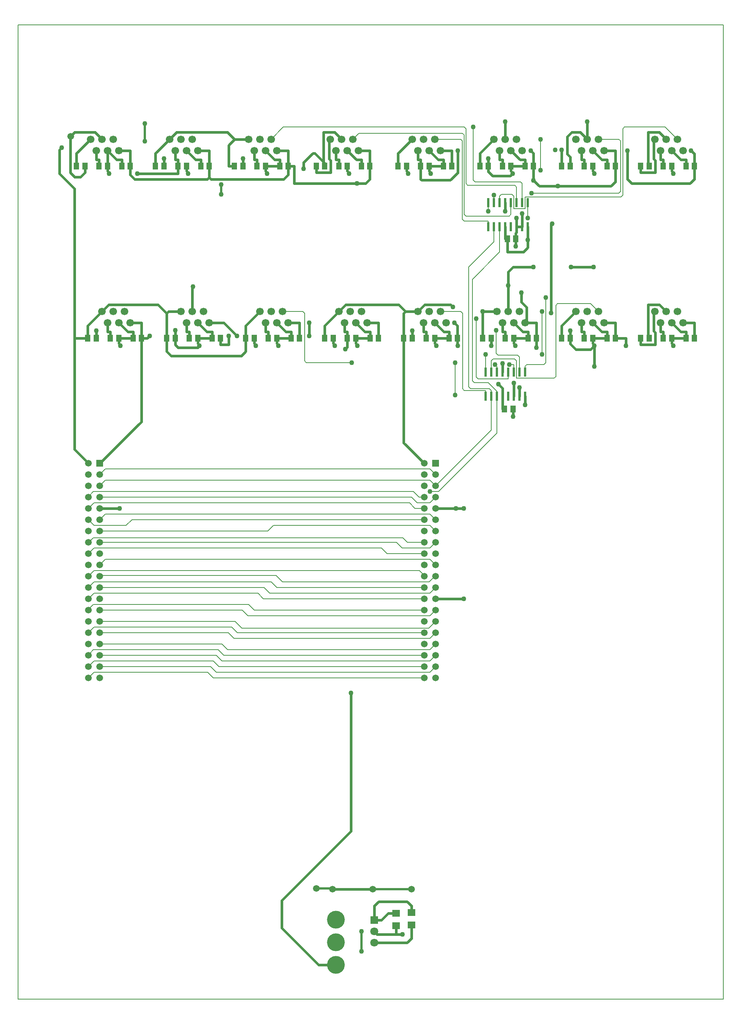
<source format=gbr>
G04 DipTrace 2.4.0.2*
%INtop.gbr*%
%MOIN*%
%ADD11C,0.006*%
%ADD13C,0.0236*%
%ADD14C,0.02*%
%ADD15C,0.0079*%
%ADD17R,0.0709X0.063*%
%ADD18C,0.1575*%
%ADD19R,0.0709X0.0709*%
%ADD20C,0.0709*%
%ADD21R,0.0591X0.0591*%
%ADD22C,0.0591*%
%ADD23R,0.0512X0.0591*%
%ADD24R,0.0236X0.0787*%
%ADD25C,0.0669*%
%ADD26C,0.043*%
%FSLAX44Y44*%
G04*
G70*
G90*
G75*
G01*
%LNTop*%
%LPD*%
X32878Y63815D2*
D13*
Y63011D1*
X33128D1*
Y62440D1*
X17878Y79065D2*
Y78261D1*
X18128D1*
Y77690D1*
X11878Y63815D2*
Y63011D1*
X12128D1*
Y62440D1*
X10878Y79065D2*
Y78261D1*
X11128D1*
Y77690D1*
X32128Y79065D2*
Y78261D1*
X32378D1*
Y77690D1*
X24878Y79065D2*
Y78261D1*
X25128D1*
Y77690D1*
X18878Y63815D2*
Y63011D1*
X19128D1*
Y62440D1*
X25878Y63815D2*
Y63011D1*
X26128D1*
Y62440D1*
X42909Y79065D2*
Y77099D1*
X42253Y76443D1*
X39716D1*
X39628Y76532D1*
Y77690D1*
X39878Y63815D2*
Y63011D1*
X40128D1*
Y62440D1*
X60878Y79065D2*
Y78261D1*
X61128D1*
Y77690D1*
X60878Y63815D2*
Y63011D1*
X61128D1*
Y62440D1*
X53878Y79065D2*
Y78261D1*
X54128D1*
Y77690D1*
X46628Y79065D2*
Y78261D1*
X46878D1*
Y77690D1*
X53878Y63815D2*
Y63011D1*
X54128D1*
Y62440D1*
X46878Y63815D2*
Y63011D1*
X47128D1*
Y62440D1*
X51192Y64669D2*
Y72494D1*
X51289Y72591D1*
X33128Y62440D2*
Y61663D1*
X32939Y61475D1*
X18128Y77690D2*
Y77022D1*
X14506D1*
X39628Y77690D2*
Y78261D1*
X39378D1*
Y79065D1*
X32127Y6998D2*
X30565D1*
X27314Y10248D1*
Y12686D1*
X33440Y18812D1*
Y31063D1*
X13878Y63815D2*
X14878D1*
Y62440D1*
X49370Y79065D2*
X49628Y78808D1*
Y77690D1*
X34128Y79065D2*
X35128D1*
Y77690D1*
X47128Y72315D2*
Y71254D1*
X47311D1*
X27878Y63815D2*
X28878D1*
Y62440D1*
X34878Y63815D2*
X35878D1*
Y62440D1*
X27878Y77690D2*
Y76925D1*
X27484Y76532D1*
X21038D1*
X20878Y76692D1*
X20718Y76532D1*
X14271D1*
X13878Y76925D1*
Y77690D1*
X62878Y63815D2*
X63878D1*
Y62440D1*
X20878Y76692D2*
Y77690D1*
X41378Y79065D2*
X42378D1*
Y77690D1*
X57803Y61772D2*
Y62440D1*
X56878D1*
X35503Y9936D2*
X35753Y9686D1*
X38003D1*
X46504Y58378D2*
X46878Y58005D1*
Y57315D1*
X63585Y79065D2*
X63878Y78772D1*
Y77690D1*
X23330Y62656D2*
X22171Y63815D1*
X20878D1*
X22624Y62656D2*
Y61869D1*
X21878D1*
Y62440D1*
X29742Y63815D2*
Y62656D1*
X14878Y62440D2*
X15386D1*
X15603Y62656D1*
X14878Y62440D2*
Y55065D1*
X11188Y51375D1*
X56878Y77690D2*
Y79065D1*
X55878D1*
X51779Y75908D2*
X56484D1*
X56878Y76301D1*
Y77690D1*
X49628Y76435D2*
X50155Y75908D1*
X51779D1*
X49628Y77690D2*
Y76435D1*
X27878Y77690D2*
Y79065D1*
X26878D1*
X33969Y76138D2*
X28409D1*
Y77690D1*
X27878D1*
X35128D2*
Y76532D1*
X34734Y76138D1*
X33969D1*
X49128Y71155D2*
Y72315D1*
X47311Y71254D2*
Y70096D1*
X48734D1*
X49128Y70490D1*
Y71155D1*
X13878Y77690D2*
Y79065D1*
X12878D1*
X20878Y77690D2*
Y79065D1*
X19878D1*
X48878Y63815D2*
X49010Y63948D1*
Y65195D1*
X48550Y65655D1*
Y66481D1*
X49878Y62440D2*
Y63815D1*
X48878D1*
X49878Y61622D2*
Y62440D1*
X56878D2*
Y63815D1*
X55878D1*
X38003Y9686D2*
X37452D1*
Y10447D1*
X46878Y57315D2*
Y56195D1*
X47061D1*
X63878Y77690D2*
Y76532D1*
X63484Y76138D1*
X58338D1*
X57944Y76532D1*
Y79065D1*
X42878Y62440D2*
Y63558D1*
X42620Y63815D1*
X42918Y61772D2*
X42878Y61813D1*
Y62440D1*
X31128D2*
Y63565D1*
X32378Y64815D1*
X35503Y8936D2*
X38410D1*
X38804Y9330D1*
Y10510D1*
X53378Y64815D2*
X52128Y63565D1*
Y62440D1*
X38878Y80065D2*
X37628Y78815D1*
Y77690D1*
X46128Y80065D2*
X44878Y78815D1*
Y77690D1*
X10188Y51375D2*
X8937Y52625D1*
Y62440D1*
X10128D1*
X23128Y77690D2*
X22596D1*
Y79533D1*
X23128Y80065D1*
X22517Y80675D1*
X17988D1*
X17378Y80065D1*
X10378D2*
X9128Y78815D1*
Y77690D1*
X32378Y64815D2*
X32988Y65425D1*
X37677D1*
X38288Y64815D1*
X38128Y64655D1*
Y62440D1*
X45128D2*
Y64815D1*
X11378D2*
X11988Y65425D1*
X16357D1*
X17128Y64655D1*
Y62440D1*
X24378Y80065D2*
X23128D1*
X52128Y77690D2*
Y79112D1*
X38128Y62440D2*
Y53191D1*
X39941Y51378D1*
X38288Y64815D2*
X39378D1*
X60378D2*
X60267Y64705D1*
Y63081D1*
X60407Y62941D1*
Y61869D1*
X59128D1*
Y62440D1*
X60378Y80065D2*
X60267Y79955D1*
Y78331D1*
X60407Y78191D1*
Y77119D1*
X59128D1*
Y77690D1*
X24128Y62440D2*
Y63565D1*
X25378Y64815D1*
X17128Y62440D2*
Y61282D1*
X17521Y60888D1*
X23734D1*
X24128Y61282D1*
Y62440D1*
X17128Y64655D2*
X17288Y64815D1*
X18378D1*
X10128Y62440D2*
Y63565D1*
X11378Y64815D1*
X17378Y80065D2*
X16128Y78815D1*
Y77690D1*
X31628Y80065D2*
X31517Y79955D1*
Y78331D1*
X31657Y78191D1*
Y77119D1*
X30378D1*
Y77690D1*
X39378Y64815D2*
X39988Y65425D1*
X42280D1*
X42478Y65227D1*
X45128Y64815D2*
X46378D1*
X8937Y62440D2*
Y75693D1*
X7625Y77005D1*
Y79131D1*
X7812Y79318D1*
X52876Y77690D2*
Y78493D1*
X52618Y78750D1*
Y80282D1*
X53012Y80675D1*
X53767D1*
X54378Y80065D1*
X9876Y77690D2*
Y77119D1*
X9482Y76725D1*
X8956D1*
X8563Y77119D1*
Y80282D1*
X8956Y80675D1*
X10767D1*
X11378Y80065D1*
X38804Y11612D2*
Y12203D1*
X38410Y12596D1*
X35896D1*
X35503Y12203D1*
Y10936D1*
X63130Y62440D2*
Y63011D1*
X62682D1*
X61878Y63815D1*
X56130Y62440D2*
Y63011D1*
X55682D1*
X54878Y63815D1*
X49130Y62440D2*
Y63011D1*
X48682D1*
X47878Y63815D1*
X42130Y62440D2*
Y63011D1*
X41682D1*
X40878Y63815D1*
X35130Y62440D2*
Y63011D1*
X34682D1*
X33878Y63815D1*
X28130Y62440D2*
Y63011D1*
X27682D1*
X26878Y63815D1*
X21130Y62440D2*
Y63011D1*
X20682D1*
X19878Y63815D1*
X14130Y62440D2*
Y63011D1*
X13682D1*
X12878Y63815D1*
X63130Y77690D2*
Y78261D1*
X62682D1*
X61878Y79065D1*
X56130Y77690D2*
Y78261D1*
X55682D1*
X54878Y79065D1*
X48880Y77690D2*
Y78261D1*
X48432D1*
X47628Y79065D1*
X41630Y77690D2*
Y78261D1*
X41182D1*
X40378Y79065D1*
X34380Y77690D2*
Y78261D1*
X33932D1*
X33128Y79065D1*
X27130Y77690D2*
Y78261D1*
X26682D1*
X25878Y79065D1*
X20130Y77690D2*
Y78261D1*
X19682D1*
X18878Y79065D1*
X13130Y77690D2*
Y78261D1*
X12682D1*
X11878Y79065D1*
X40376Y77690D2*
Y77237D1*
X40513Y77099D1*
Y77022D1*
X54876Y62440D2*
Y61987D1*
X55013Y61849D1*
Y61772D1*
X61876Y62440D2*
Y61987D1*
X62013Y61849D1*
Y61772D1*
X40876Y62440D2*
Y61987D1*
X41013Y61849D1*
Y61772D1*
X54876Y77690D2*
Y77237D1*
X55013Y77099D1*
Y77022D1*
X47876Y62440D2*
Y61987D1*
X48013Y61849D1*
Y61772D1*
X61876Y77690D2*
Y77237D1*
X62013Y77099D1*
Y77022D1*
X38376Y77690D2*
Y77237D1*
X38513Y77099D1*
Y77022D1*
X47626Y77690D2*
Y77237D1*
X47763Y77099D1*
Y77022D1*
X19876Y62440D2*
Y61987D1*
X20013Y61849D1*
Y61772D1*
X26876Y62440D2*
Y61987D1*
X27013Y61849D1*
Y61772D1*
X24876Y62440D2*
Y61987D1*
X25013Y61849D1*
Y61772D1*
X18876Y77690D2*
Y77237D1*
X19013Y77099D1*
Y77022D1*
X31876Y62440D2*
Y61987D1*
X32013Y61849D1*
Y61772D1*
X25876Y77690D2*
Y77237D1*
X26013Y77099D1*
Y77022D1*
X11876Y77690D2*
Y77237D1*
X12013Y77099D1*
Y77022D1*
X33126Y77690D2*
Y77237D1*
X33263Y77099D1*
Y77022D1*
X33876Y62440D2*
Y61987D1*
X34013Y61849D1*
Y61772D1*
X12876Y62440D2*
Y61987D1*
X13013Y61849D1*
Y61772D1*
X46878Y59441D2*
Y60207D1*
X46877D1*
X17876Y62440D2*
Y63147D1*
X10876Y62440D2*
Y63108D1*
X16876Y77690D2*
Y78358D1*
X38876Y62440D2*
Y63108D1*
X45876Y62440D2*
Y61772D1*
X45626Y77690D2*
Y78358D1*
X52876Y62440D2*
Y63108D1*
X23876Y77690D2*
Y78358D1*
X48628Y72315D2*
Y73497D1*
X47878Y57315D2*
Y58497D1*
X48378Y57315D2*
Y58081D1*
X48128Y72315D2*
Y73081D1*
X47128Y74441D2*
Y73675D1*
X48878Y57315D2*
Y56549D1*
X47809Y56195D2*
Y55528D1*
X48059Y71254D2*
Y70587D1*
X59876Y77690D2*
X59767D1*
Y80675D1*
X60767D1*
X61378Y80065D1*
X59876Y62440D2*
X59767D1*
Y65425D1*
X60767D1*
X61378Y64815D1*
X31126Y77690D2*
X31017D1*
Y80675D1*
X32017D1*
X32628Y80065D1*
X35503Y10936D2*
X36132D1*
X36746Y11550D1*
X37452D1*
X11188Y47375D2*
X12937Y47377D1*
X35378Y13686D2*
D14*
X38815D1*
X30377Y13749D2*
X31752D1*
D15*
X31815Y13686D1*
X40941Y47378D2*
D13*
X42753D1*
X40941Y39378D2*
Y39376D1*
X43441D1*
Y47378D2*
X42753D1*
X48059Y71254D2*
Y71748D1*
X48129Y71817D1*
Y72314D1*
X48128Y72315D1*
X48628D1*
X47378Y64815D2*
Y67128D1*
X47128Y80065D2*
Y81631D1*
X54380D2*
Y80067D1*
X54378Y80065D1*
X8625Y80318D2*
Y80282D1*
X8563D1*
X11878Y79065D2*
Y77692D1*
X11876Y77690D1*
X15188Y81443D2*
D14*
Y79881D1*
X21939Y76068D2*
Y75193D1*
X31126Y77690D2*
D13*
Y77945D1*
X30252Y78818D1*
X30064D1*
X29252Y78006D1*
Y77443D1*
X27130Y77690D2*
X25876D1*
X41630D2*
X40376D1*
X45626D2*
Y77196D1*
X46004Y76818D1*
X47559D1*
X47763Y77022D1*
X47626Y77690D2*
X48880D1*
X63130Y62440D2*
X61876D1*
X56130D2*
X54876D1*
X49130D2*
X47876D1*
X42130D2*
X40876D1*
X35130D2*
X33876D1*
X28130D2*
X26876D1*
X21130D2*
X19876D1*
X14130D2*
X12876D1*
X19378Y64815D2*
Y66944D1*
X19438Y67004D1*
X17876Y62440D2*
Y61879D1*
X18126Y61629D1*
X19870D1*
X20013Y61772D1*
X55013D2*
Y59941D1*
X47378Y67128D2*
Y68316D1*
X47816Y68755D1*
X49629D1*
X52942D2*
X54942D1*
X52876Y62440D2*
Y61945D1*
X53379Y61441D1*
X54683D1*
X55013Y61772D1*
X31815Y13686D2*
X35378D1*
X11188Y48375D2*
D15*
X38818D1*
X39323Y47870D1*
X40433D1*
X40941Y48378D1*
X11188Y37375D2*
X23190D1*
X23774Y36791D1*
X40354D1*
X40941Y37378D1*
X11188Y36375D2*
X22565D1*
X23070Y35870D1*
X40433D1*
X40941Y36378D1*
X10188Y39375D2*
X10682Y39870D1*
X25196D1*
X25688Y39378D1*
X39941D1*
X10188Y40375D2*
X10689Y40877D1*
X26377D1*
X26875Y40378D1*
X39941D1*
X11188Y41375D2*
Y41439D1*
X26814D1*
X27377Y40877D1*
X40378D1*
X40941Y41439D1*
Y41378D1*
X11188Y42375D2*
X11682Y42870D1*
X40448D1*
X40941Y42378D1*
X11188Y40375D2*
X25753D1*
X26258Y39870D1*
X40433D1*
X40941Y40378D1*
X39941Y36378D2*
X23375D1*
X22876Y36876D1*
X10689D1*
X10188Y36375D1*
X11188Y35375D2*
X22002D1*
X22501Y34876D1*
X40439D1*
X40941Y35378D1*
X10188Y48375D2*
X10250D1*
Y48502D1*
X10625Y48877D1*
X38992D1*
X39492Y48378D1*
X39941D1*
X10188Y47375D2*
X10682Y47870D1*
X38635D1*
X39127Y47378D1*
X39941D1*
X10188Y34375D2*
X10312D1*
Y34563D1*
X10625Y34876D1*
X21689D1*
X22187Y34378D1*
X39941D1*
X11188Y46375D2*
X11690Y46877D1*
X40441D1*
X40941Y46378D1*
X39941D2*
X14035D1*
X13527Y45870D1*
X10693D1*
X10188Y46375D1*
X11188Y34375D2*
X21502D1*
X22001Y33876D1*
X40439D1*
X40941Y34378D1*
X10188Y33375D2*
X10688Y33876D1*
X21251D1*
X21749Y33378D1*
X39941D1*
X10188Y32375D2*
X10682Y32870D1*
X20757D1*
X21249Y32378D1*
X39941D1*
X11188Y44375D2*
X37482D1*
X37987Y43870D1*
X40433D1*
X40941Y44378D1*
X10188Y44375D2*
X10375D1*
Y44565D1*
X10602Y44791D1*
X38049D1*
X38462Y44378D1*
X39941D1*
X10188Y43375D2*
X10682Y43870D1*
X36160D1*
X36652Y43378D1*
X39941D1*
X10188Y41375D2*
X10689Y41877D1*
X39503D1*
X40002Y41378D1*
X39941D1*
X11188Y33375D2*
X21002D1*
X21501Y32876D1*
X32978D1*
X32984Y32870D1*
X40433D1*
X40941Y33378D1*
X11188Y45375D2*
X26089D1*
X26584Y45870D1*
X40448D1*
X40941Y45378D1*
X10188Y38375D2*
Y38439D1*
X10625Y38876D1*
X24376D1*
X24875Y38378D1*
X39941D1*
X11188Y38375D2*
X23815D1*
X24320Y37870D1*
X40433D1*
X40941Y38378D1*
X46628Y74441D2*
Y75032D1*
X46785Y75189D1*
X47706D1*
X47864Y75032D1*
Y73908D1*
X48864D1*
Y74953D1*
X57375D1*
X57532Y75110D1*
Y80990D1*
X57690Y81148D1*
X61295D1*
X62378Y80065D1*
X46128Y75128D2*
Y74441D1*
X49461Y75286D2*
X57173D1*
X57330Y75443D1*
Y79908D1*
X57173Y80065D1*
X55378D1*
X45628Y73675D2*
Y74441D1*
X50256Y80065D2*
Y77326D1*
X45628Y72315D2*
Y72827D1*
X43478D1*
X43321Y72984D1*
Y79908D1*
X43163Y80065D1*
X40878D1*
X47628Y74441D2*
Y73420D1*
X47470Y73263D1*
X43636D1*
X43478Y73420D1*
Y80439D1*
X43321Y80596D1*
X34159D1*
X33628Y80065D1*
X48128Y74441D2*
Y75823D1*
X47970Y75980D1*
X43793D1*
X43636Y76138D1*
Y80990D1*
X43478Y81148D1*
X27460D1*
X26378Y80065D1*
X44293Y81148D2*
Y76453D1*
X44451Y76295D1*
X48470D1*
X48628Y76138D1*
Y74441D1*
X49128Y73081D2*
Y74441D1*
X46211Y60128D2*
X46378Y59962D1*
Y59441D1*
X45878D2*
Y60462D1*
X46035Y60619D1*
X47956D1*
X48114Y60462D1*
Y58908D1*
X51446D1*
X51604Y59066D1*
Y65346D1*
X51761Y65504D1*
X54689D1*
X55378Y64815D1*
X45378Y61035D2*
Y59441D1*
X50368Y64815D2*
Y61035D1*
X45378Y57315D2*
Y57827D1*
X43488D1*
X43330Y57984D1*
Y64658D1*
X43173Y64815D1*
X41378D1*
X44540Y64185D2*
Y59008D1*
X44698Y58850D1*
X47378D1*
Y59441D1*
X47465Y60128D2*
X47878D1*
Y59441D1*
X42675Y60300D2*
Y57433D1*
X33527Y60300D2*
X29488D1*
X29330Y60458D1*
Y64658D1*
X29173Y64815D1*
X27378D1*
X46328Y63166D2*
Y61114D1*
X46486Y60957D1*
X48220D1*
X48378Y60799D1*
Y59441D1*
X50701Y66055D2*
Y60289D1*
X50544Y60131D1*
X49035D1*
X48878Y59974D1*
Y59441D1*
X34377Y8186D2*
D14*
Y9936D1*
X46128Y72315D2*
D15*
Y70975D1*
X43892Y68739D1*
Y58142D1*
X44050Y57984D1*
X45720D1*
X45878Y57827D1*
Y57315D1*
X40941Y49378D2*
X40448Y49870D1*
X11682D1*
X11188Y49375D1*
X45878Y57315D2*
Y54315D1*
X40941Y49378D1*
X40433Y48886D2*
X41199D1*
X46378Y54064D1*
Y57315D1*
X40941Y50378D2*
X40448Y50870D1*
X11682D1*
X11188Y50375D1*
X46378Y57315D2*
Y57755D1*
X45597Y58535D1*
X44364D1*
X44207Y58693D1*
Y67654D1*
X46628Y70075D1*
Y72315D1*
D26*
X33440Y31063D3*
X7812Y79318D3*
X12937Y47377D3*
X42753Y47378D3*
X43441Y39376D3*
Y47378D3*
X47378Y67128D3*
X47128Y81631D3*
X54380D3*
X29252Y77443D3*
X19438Y67004D3*
X55013Y59941D3*
X49629Y68755D3*
X52942D3*
X54942D3*
X34377Y9936D3*
Y8186D3*
X15188Y79881D3*
Y81443D3*
X21939Y76068D3*
Y75193D3*
X40513Y77022D3*
X55013Y61772D3*
X62013D3*
X41013D3*
X55013Y77022D3*
X48013Y61772D3*
X62013Y77022D3*
X38513D3*
X47763D3*
X20013Y61772D3*
X27013D3*
X25013D3*
X19013Y77022D3*
X32013Y61772D3*
X26013Y77022D3*
X12013D3*
X33263D3*
X34013Y61772D3*
X13013D3*
X46877Y60207D3*
X17876Y63147D3*
X10876Y63108D3*
X16876Y78358D3*
X38876Y63108D3*
X45876Y61772D3*
X45626Y78358D3*
X52876Y63108D3*
X23876Y78358D3*
X48628Y73497D3*
X47878Y58497D3*
X48378Y58081D3*
X48128Y73081D3*
X47128Y73675D3*
X48878Y56549D3*
X47809Y55528D3*
X48059Y70587D3*
X32939Y61475D3*
X14506Y77022D3*
X51289Y72591D3*
X51192Y64669D3*
X42909Y79065D3*
X51779Y75908D3*
X38003Y9686D3*
X48550Y66481D3*
X57803Y61772D3*
X57944Y79065D3*
X23330Y62656D3*
X29742D3*
Y63815D3*
X46504Y58378D3*
X49370Y79065D3*
X42620Y63815D3*
X63585Y79065D3*
X15603Y62656D3*
X33969Y76138D3*
X49128Y71155D3*
X42918Y61772D3*
X49628Y76435D3*
X22624Y62656D3*
X49878Y61622D3*
X42478Y65227D3*
X51540Y79112D3*
X52128D3*
X45128Y64815D3*
X46128Y75128D3*
X49461Y75286D3*
X45628Y73675D3*
X50256Y77326D3*
Y80065D3*
X44293Y81148D3*
X49128Y73081D3*
X46211Y60128D3*
X45378Y61035D3*
X50368D3*
Y64815D3*
X44540Y64185D3*
X47465Y60128D3*
X42675Y57433D3*
Y60300D3*
X33527D3*
X46328Y63166D3*
X50701Y66055D3*
X40433Y48886D3*
D17*
X38804Y10510D3*
Y11612D3*
X37452Y10447D3*
Y11550D3*
D18*
X32127Y6998D3*
Y8998D3*
Y10998D3*
D19*
X35503Y10936D3*
D20*
Y8936D3*
Y9936D3*
D21*
X11188Y51375D3*
D22*
X10188D3*
X11188Y50375D3*
X10188D3*
X11188Y49375D3*
X10188D3*
X11188Y48375D3*
X10188D3*
X11188Y47375D3*
X10188D3*
X11188Y46375D3*
X10188D3*
X11188Y45375D3*
X10188D3*
X11188Y44375D3*
X10188D3*
X11188Y43375D3*
X10188D3*
X11188Y42375D3*
X10188D3*
X11188Y41375D3*
X10188D3*
X11188Y40375D3*
X10188D3*
X11188Y39375D3*
X10188D3*
X11188Y38375D3*
X10188D3*
X11188Y37375D3*
X10188D3*
X11188Y36375D3*
X10188D3*
X11188Y35375D3*
X10188D3*
X11188Y34375D3*
X10188D3*
X11188Y33375D3*
X10188D3*
X11188Y32375D3*
X10188D3*
D21*
X40941Y51378D3*
D22*
X39941D3*
X40941Y50378D3*
X39941D3*
X40941Y49378D3*
X39941D3*
X40941Y48378D3*
X39941D3*
X40941Y47378D3*
X39941D3*
X40941Y46378D3*
X39941D3*
X40941Y45378D3*
X39941D3*
X40941Y44378D3*
X39941D3*
X40941Y43378D3*
X39941D3*
X40941Y42378D3*
X39941D3*
X40941Y41378D3*
X39941D3*
X40941Y40378D3*
X39941D3*
X40941Y39378D3*
X39941D3*
X40941Y38378D3*
X39941D3*
X40941Y37378D3*
X39941D3*
X40941Y36378D3*
X39941D3*
X40941Y35378D3*
X39941D3*
X40941Y34378D3*
X39941D3*
X40941Y33378D3*
X39941D3*
X40941Y32378D3*
X39941D3*
D23*
X47061Y56195D3*
X47809D3*
X47311Y71254D3*
X48059D3*
D24*
X45378Y57315D3*
X45878D3*
X46378D3*
X46878D3*
X47378D3*
X47878D3*
X48378D3*
X48878D3*
Y59441D3*
X48378D3*
X47878D3*
X47378D3*
X46878D3*
X46378D3*
X45878D3*
X45378D3*
X45628Y72315D3*
X46128D3*
X46628D3*
X47128D3*
X47628D3*
X48128D3*
X48628D3*
X49128D3*
Y74441D3*
X48628D3*
X48128D3*
X47628D3*
X47128D3*
X46628D3*
X46128D3*
X45628D3*
D23*
X63878Y62440D3*
X63130D3*
X61128D3*
X61876D3*
X59128D3*
X59876D3*
D25*
X62878Y63815D3*
X62378Y64815D3*
X61878Y63815D3*
X61378Y64815D3*
X60878Y63815D3*
X60378Y64815D3*
D23*
X56878Y62440D3*
X56130D3*
X54128D3*
X54876D3*
X52128D3*
X52876D3*
D25*
X55878Y63815D3*
X55378Y64815D3*
X54878Y63815D3*
X54378Y64815D3*
X53878Y63815D3*
X53378Y64815D3*
D23*
X49878Y62440D3*
X49130D3*
X47128D3*
X47876D3*
X45128D3*
X45876D3*
D25*
X48878Y63815D3*
X48378Y64815D3*
X47878Y63815D3*
X47378Y64815D3*
X46878Y63815D3*
X46378Y64815D3*
D23*
X42878Y62440D3*
X42130D3*
X40128D3*
X40876D3*
X38128D3*
X38876D3*
D25*
X41878Y63815D3*
X41378Y64815D3*
X40878Y63815D3*
X40378Y64815D3*
X39878Y63815D3*
X39378Y64815D3*
D23*
X35878Y62440D3*
X35130D3*
X33128D3*
X33876D3*
X31128D3*
X31876D3*
D25*
X34878Y63815D3*
X34378Y64815D3*
X33878Y63815D3*
X33378Y64815D3*
X32878Y63815D3*
X32378Y64815D3*
D23*
X28878Y62440D3*
X28130D3*
X26128D3*
X26876D3*
X24128D3*
X24876D3*
D25*
X27878Y63815D3*
X27378Y64815D3*
X26878Y63815D3*
X26378Y64815D3*
X25878Y63815D3*
X25378Y64815D3*
D23*
X21878Y62440D3*
X21130D3*
X19128D3*
X19876D3*
X17128D3*
X17876D3*
D25*
X20878Y63815D3*
X20378Y64815D3*
X19878Y63815D3*
X19378Y64815D3*
X18878Y63815D3*
X18378Y64815D3*
D23*
X14878Y62440D3*
X14130D3*
X12128D3*
X12876D3*
X10128D3*
X10876D3*
D25*
X13878Y63815D3*
X13378Y64815D3*
X12878Y63815D3*
X12378Y64815D3*
X11878Y63815D3*
X11378Y64815D3*
D23*
X63878Y77690D3*
X63130D3*
X61128D3*
X61876D3*
X59128D3*
X59876D3*
D25*
X62878Y79065D3*
X62378Y80065D3*
X61878Y79065D3*
X61378Y80065D3*
X60878Y79065D3*
X60378Y80065D3*
D23*
X56878Y77690D3*
X56130D3*
X54128D3*
X54876D3*
X52128D3*
X52876D3*
D25*
X55878Y79065D3*
X55378Y80065D3*
X54878Y79065D3*
X54378Y80065D3*
X53878Y79065D3*
X53378Y80065D3*
D23*
X49628Y77690D3*
X48880D3*
X46878D3*
X47626D3*
X44878D3*
X45626D3*
D25*
X48628Y79065D3*
X48128Y80065D3*
X47628Y79065D3*
X47128Y80065D3*
X46628Y79065D3*
X46128Y80065D3*
D23*
X42378Y77690D3*
X41630D3*
X39628D3*
X40376D3*
X37628D3*
X38376D3*
D25*
X41378Y79065D3*
X40878Y80065D3*
X40378Y79065D3*
X39878Y80065D3*
X39378Y79065D3*
X38878Y80065D3*
D23*
X35128Y77690D3*
X34380D3*
X32378D3*
X33126D3*
X30378D3*
X31126D3*
D25*
X34128Y79065D3*
X33628Y80065D3*
X33128Y79065D3*
X32628Y80065D3*
X32128Y79065D3*
X31628Y80065D3*
D23*
X27878Y77690D3*
X27130D3*
X25128D3*
X25876D3*
X23128D3*
X23876D3*
D25*
X26878Y79065D3*
X26378Y80065D3*
X25878Y79065D3*
X25378Y80065D3*
X24878Y79065D3*
X24378Y80065D3*
D23*
X20878Y77690D3*
X20130D3*
X18128D3*
X18876D3*
X16128D3*
X16876D3*
D25*
X19878Y79065D3*
X19378Y80065D3*
X18878Y79065D3*
X18378Y80065D3*
X17878Y79065D3*
X17378Y80065D3*
D23*
X13878Y77690D3*
X13130D3*
X11128D3*
X11876D3*
X9128D3*
X9876D3*
D25*
X12878Y79065D3*
X12378Y80065D3*
X11878Y79065D3*
X11378Y80065D3*
X10878Y79065D3*
X10378Y80065D3*
D22*
X30377Y13749D3*
X31815Y13686D3*
X35378D3*
X38815D3*
X8625Y80318D3*
%LNBoardOutline*%
X3940Y3940D2*
D11*
X66440D1*
Y90190D1*
X3940D1*
Y3940D1*
M02*

</source>
